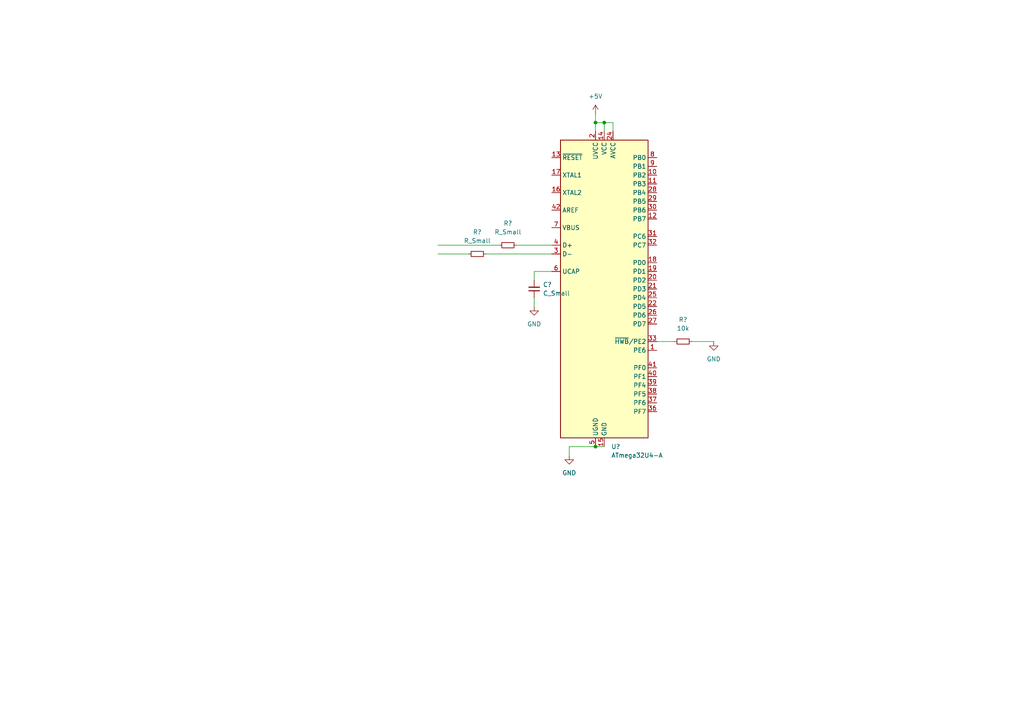
<source format=kicad_sch>
(kicad_sch (version 20211123) (generator eeschema)
  (paper "A4")
  (lib_symbols
    (symbol "Device:C_Small" (pin_numbers hide) (pin_names (offset 0.254) hide)
      (property "Reference" "C" (at 0.254 1.778 0))
      (property "Value" "C_Small" (at 0.254 -2.032 0))
      (symbol "C_Small_0_1"
        (polyline (pts (xy -1.524 -0.508) (xy 1.524 -0.508)) (stroke (width 0.3302)))
        (polyline (pts (xy -1.524 0.508) (xy 1.524 0.508)) (stroke (width 0.3048)))
      )
      (symbol "C_Small_1_1"
        (pin passive line (at 0 2.54 270) (length 2.032) (name "~") (number "1"))
        (pin passive line (at 0 -2.54 90) (length 2.032) (name "~") (number "2"))
      )
    )
    (symbol "Device:R_Small" (pin_numbers hide) (pin_names (offset 0.254) hide)
      (property "Reference" "R" (at 0.762 0.508 0))
      (property "Value" "R_Small" (at 0.762 -1.016 0))
      (symbol "R_Small_0_1"
        (rectangle (start -0.762 1.778) (end 0.762 -1.778) (stroke (width 0.2032)))
      )
      (symbol "R_Small_1_1"
        (pin passive line (at 0 2.54 270) (length 0.762) (name "~") (number "1"))
        (pin passive line (at 0 -2.54 90) (length 0.762) (name "~") (number "2"))
      )
    )
    (symbol "MCU_Microchip_ATmega:ATmega32U4-A"
      (property "Reference" "U" (at -12.7 44.45 0))
      (property "Value" "ATmega32U4-A" (at 2.54 -44.45 0))
      (symbol "ATmega32U4-A_0_1"
        (rectangle (start -12.7 -43.18) (end 12.7 43.18) (stroke (width 0.254)) (fill (type background)))
      )
      (symbol "ATmega32U4-A_1_1"
        (pin bidirectional line (at 15.24 -17.78 180) (length 2.54) (name "PE6") (number "1"))
        (pin bidirectional line (at 15.24 33.02 180) (length 2.54) (name "PB2") (number "10"))
        (pin bidirectional line (at 15.24 30.48 180) (length 2.54) (name "PB3") (number "11"))
        (pin bidirectional line (at 15.24 20.32 180) (length 2.54) (name "PB7") (number "12"))
        (pin input line (at -15.24 38.1 0) (length 2.54) (name "~{RESET}") (number "13"))
        (pin power_in line (at 0 45.72 270) (length 2.54) (name "VCC") (number "14"))
        (pin power_in line (at 0 -45.72 90) (length 2.54) (name "GND") (number "15"))
        (pin output line (at -15.24 27.94 0) (length 2.54) (name "XTAL2") (number "16"))
        (pin input line (at -15.24 33.02 0) (length 2.54) (name "XTAL1") (number "17"))
        (pin bidirectional line (at 15.24 7.62 180) (length 2.54) (name "PD0") (number "18"))
        (pin bidirectional line (at 15.24 5.08 180) (length 2.54) (name "PD1") (number "19"))
        (pin power_in line (at -2.54 45.72 270) (length 2.54) (name "UVCC") (number "2"))
        (pin bidirectional line (at 15.24 2.54 180) (length 2.54) (name "PD2") (number "20"))
        (pin bidirectional line (at 15.24 0 180) (length 2.54) (name "PD3") (number "21"))
        (pin bidirectional line (at 15.24 -5.08 180) (length 2.54) (name "PD5") (number "22"))
        (pin passive line (at 0 -45.72 90) (length 2.54) hide (name "GND") (number "23"))
        (pin power_in line (at 2.54 45.72 270) (length 2.54) (name "AVCC") (number "24"))
        (pin bidirectional line (at 15.24 -2.54 180) (length 2.54) (name "PD4") (number "25"))
        (pin bidirectional line (at 15.24 -7.62 180) (length 2.54) (name "PD6") (number "26"))
        (pin bidirectional line (at 15.24 -10.16 180) (length 2.54) (name "PD7") (number "27"))
        (pin bidirectional line (at 15.24 27.94 180) (length 2.54) (name "PB4") (number "28"))
        (pin bidirectional line (at 15.24 25.4 180) (length 2.54) (name "PB5") (number "29"))
        (pin bidirectional line (at -15.24 10.16 0) (length 2.54) (name "D-") (number "3"))
        (pin bidirectional line (at 15.24 22.86 180) (length 2.54) (name "PB6") (number "30"))
        (pin bidirectional line (at 15.24 15.24 180) (length 2.54) (name "PC6") (number "31"))
        (pin bidirectional line (at 15.24 12.7 180) (length 2.54) (name "PC7") (number "32"))
        (pin bidirectional line (at 15.24 -15.24 180) (length 2.54) (name "~{HWB}/PE2") (number "33"))
        (pin passive line (at 0 45.72 270) (length 2.54) hide (name "VCC") (number "34"))
        (pin passive line (at 0 -45.72 90) (length 2.54) hide (name "GND") (number "35"))
        (pin bidirectional line (at 15.24 -35.56 180) (length 2.54) (name "PF7") (number "36"))
        (pin bidirectional line (at 15.24 -33.02 180) (length 2.54) (name "PF6") (number "37"))
        (pin bidirectional line (at 15.24 -30.48 180) (length 2.54) (name "PF5") (number "38"))
        (pin bidirectional line (at 15.24 -27.94 180) (length 2.54) (name "PF4") (number "39"))
        (pin bidirectional line (at -15.24 12.7 0) (length 2.54) (name "D+") (number "4"))
        (pin bidirectional line (at 15.24 -25.4 180) (length 2.54) (name "PF1") (number "40"))
        (pin bidirectional line (at 15.24 -22.86 180) (length 2.54) (name "PF0") (number "41"))
        (pin passive line (at -15.24 22.86 0) (length 2.54) (name "AREF") (number "42"))
        (pin passive line (at 0 -45.72 90) (length 2.54) hide (name "GND") (number "43"))
        (pin passive line (at 2.54 45.72 270) (length 2.54) hide (name "AVCC") (number "44"))
        (pin passive line (at -2.54 -45.72 90) (length 2.54) (name "UGND") (number "5"))
        (pin passive line (at -15.24 5.08 0) (length 2.54) (name "UCAP") (number "6"))
        (pin input line (at -15.24 17.78 0) (length 2.54) (name "VBUS") (number "7"))
        (pin bidirectional line (at 15.24 38.1 180) (length 2.54) (name "PB0") (number "8"))
        (pin bidirectional line (at 15.24 35.56 180) (length 2.54) (name "PB1") (number "9"))
      )
    )
    (symbol "power:+5V" (power) (pin_names (offset 0))
      (property "Value" "+5V" (at 0 3.556 0))
      (symbol "+5V_0_1"
        (polyline (pts (xy -0.762 1.27) (xy 0 2.54)))
        (polyline (pts (xy 0 0) (xy 0 2.54)))
        (polyline (pts (xy 0 2.54) (xy 0.762 1.27)))
      )
      (symbol "+5V_1_1"
        (pin power_in line (at 0 0 90) (length 0) hide (name "+5V") (number "1"))
      )
    )
    (symbol "power:GND" (power) (pin_names (offset 0))
      (property "Value" "GND" (at 0 -3.81 0))
      (symbol "GND_0_1"
        (polyline (pts (xy 0 0) (xy 0 -1.27) (xy 1.27 -1.27) (xy 0 -2.54) (xy -1.27 -1.27) (xy 0 -1.27)))
      )
      (symbol "GND_1_1"
        (pin power_in line (at 0 0 270) (length 0) hide (name "GND") (number "1"))
      )
    )
  )
  (junction (at 172.72 129.54))
  (junction (at 172.72 35.56))
  (junction (at 175.26 35.56))
  (wire (pts (xy 177.8 35.56) (xy 175.26 35.56)))
  (wire (pts (xy 127 73.66) (xy 135.89 73.66)))
  (wire (pts (xy 190.5 99.06) (xy 195.58 99.06)))
  (wire (pts (xy 172.72 33.02) (xy 172.72 35.56)))
  (wire (pts (xy 172.72 35.56) (xy 172.72 38.1)))
  (wire (pts (xy 200.66 99.06) (xy 207.01 99.06)))
  (wire (pts (xy 149.86 71.12) (xy 160.02 71.12)))
  (wire (pts (xy 154.94 86.36) (xy 154.94 88.9)))
  (wire (pts (xy 172.72 129.54) (xy 175.26 129.54)))
  (wire (pts (xy 172.72 129.54) (xy 165.1 129.54)))
  (wire (pts (xy 127 71.12) (xy 144.78 71.12)))
  (wire (pts (xy 177.8 38.1) (xy 177.8 35.56)))
  (wire (pts (xy 175.26 38.1) (xy 175.26 35.56)))
  (wire (pts (xy 154.94 78.74) (xy 154.94 81.28)))
  (wire (pts (xy 140.97 73.66) (xy 160.02 73.66)))
  (wire (pts (xy 175.26 35.56) (xy 172.72 35.56)))
  (wire (pts (xy 165.1 129.54) (xy 165.1 132.08)))
  (wire (pts (xy 160.02 78.74) (xy 154.94 78.74)))
  (symbol (lib_id "power:GND") (at 165.1 132.08 0) (unit 1)
    (property "Reference" "#PWR?" (effects hide))
    (property "Value" "GND" (at 165.1 137.16 0))
  )
  (symbol (lib_id "Device:R_Small") (at 198.12 99.06 90) (unit 1)
    (property "Reference" "R?" (at 198.12 92.71 90))
    (property "Value" "10k" (at 198.12 95.25 90))
  )
  (symbol (lib_id "power:+5V") (at 172.72 33.02 0) (unit 1)
    (property "Reference" "#PWR?" (effects hide))
    (property "Value" "+5V" (at 172.72 27.94 0))
  )
  (symbol (lib_id "Device:R_Small") (at 147.32 71.12 270) (unit 1)
    (property "Reference" "R?" (at 147.32 64.77 90))
    (property "Value" "R_Small" (at 147.32 67.31 90))
  )
  (symbol (lib_id "power:GND") (at 207.01 99.06 0) (unit 1)
    (property "Reference" "#PWR?" (effects hide))
    (property "Value" "GND" (at 207.01 104.14 0))
  )
  (symbol (lib_id "MCU_Microchip_ATmega:ATmega32U4-A") (at 175.26 83.82 0) (unit 1)
    (property "Reference" "U?" (at 177.2794 129.54 0) (effects (justify left)))
    (property "Value" "ATmega32U4-A" (at 177.2794 132.08 0) (effects (justify left)))
    (property "Footprint" "Package_QFP:TQFP-44_10x10mm_P0.8mm" (effects hide))
    (property "Datasheet" "http://ww1.microchip.com/downloads/en/DeviceDoc/Atmel-7766-8-bit-AVR-ATmega16U4-32U4_Datasheet.pdf" (effects hide))
  )
  (symbol (lib_id "power:GND") (at 154.94 88.9 0) (unit 1)
    (property "Reference" "#PWR?" (effects hide))
    (property "Value" "GND" (at 154.94 93.98 0))
  )
  (symbol (lib_id "Device:C_Small") (at 154.94 83.82 180) (unit 1)
    (property "Reference" "C?" (at 157.48 82.5435 0) (effects (justify right)))
    (property "Value" "C_Small" (at 157.48 85.0835 0) (effects (justify right)))
  )
  (symbol (lib_id "Device:R_Small") (at 138.43 73.66 90) (unit 1)
    (property "Reference" "R?" (at 138.43 67.31 90))
    (property "Value" "R_Small" (at 138.43 69.85 90))
  )
)
</source>
